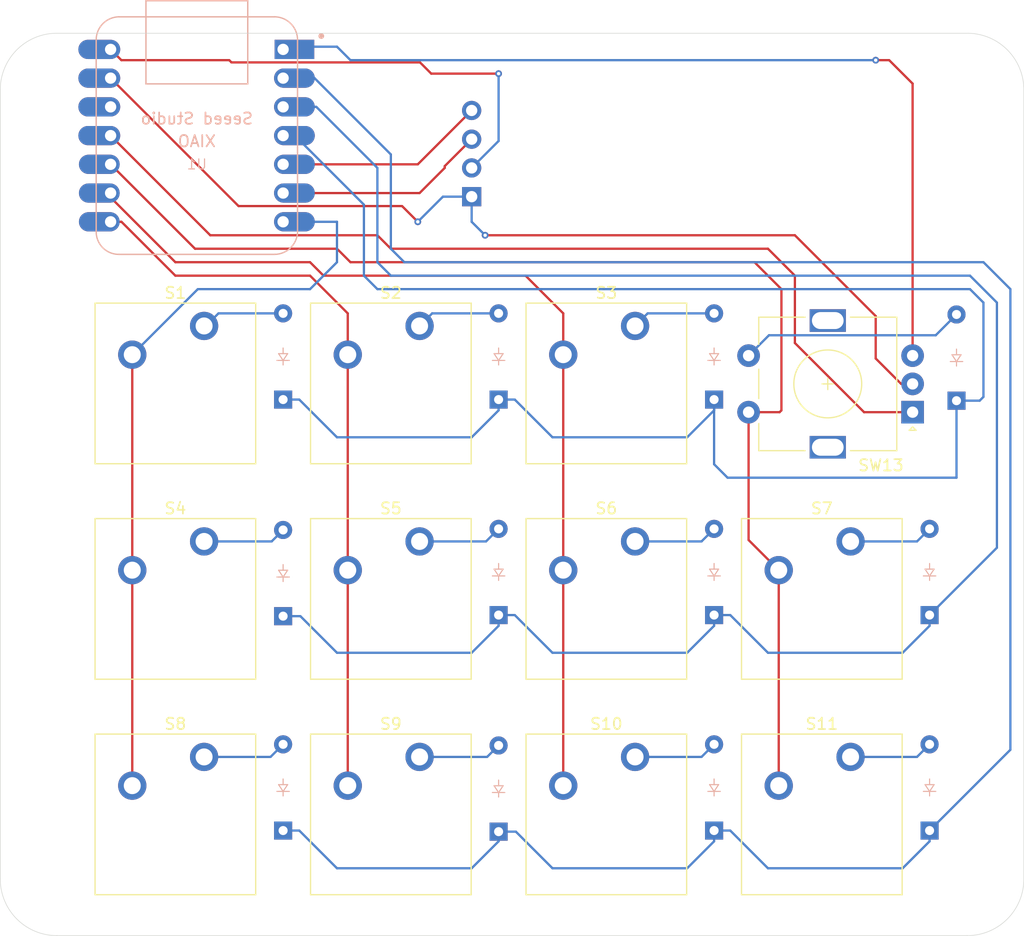
<source format=kicad_pcb>
(kicad_pcb (version 20240108) (generator "pcbnew") (generator_version "8.0")
  (layers (0 "F.Cu" signal) (31 "B.Cu" signal) (34 "B.Paste" user) (35 "F.Paste" user) (36 "B.SilkS" user "B.Silkscreen") (37 "F.SilkS" user "F.Silkscreen") (38 "B.Mask" user) (39 "F.Mask" user) (44 "Edge.Cuts" user))
  (net 0 "")
  (net 1 "Row 0")
  (net 2 "Net-(D1-A)")
  (net 3 "Net-(D2-A)")
  (net 4 "Net-(D3-A)")
  (net 5 "Net-(D4-A)")
  (net 6 "Row 1")
  (net 7 "Net-(D5-A)")
  (net 8 "Net-(D6-A)")
  (net 9 "Net-(D7-A)")
  (net 10 "Net-(D8-A)")
  (net 11 "Row 2")
  (net 12 "Net-(D9-A)")
  (net 13 "Net-(D10-A)")
  (net 14 "Net-(D11-A)")
  (net 15 "GND")
  (net 16 "VCC")
  (net 17 "SDA")
  (net 18 "SCL")
  (net 19 "Col 0")
  (net 20 "Col 1")
  (net 21 "Col 2")
  (net 22 "Col 3")
  (net 23 "Rotary A")
  (net 24 "Rotary B")
  (net 26 "Net-(D12-A)")
  (footprint "ScottoKeebs_MX:MX_PCB_1.00u" (layer "F.Cu") (at 155.1975 112.3625)
    (property "Reference" "S7" (at 0 -8 0) (layer "F.SilkS"))
    (property "Value" "Keyswitch")
    (fp_line (start -7.1 -7.1) (end -7.1 7.1) (stroke (width 0.12)) (layer "F.SilkS"))
    (fp_line (start -7.1 7.1) (end 7.1 7.1) (stroke (width 0.12)) (layer "F.SilkS"))
    (fp_line (start 7.1 -7.1) (end -7.1 -7.1) (stroke (width 0.12)) (layer "F.SilkS"))
    (fp_line (start 7.1 7.1) (end 7.1 -7.1) (stroke (width 0.12)) (layer "F.SilkS"))
    (pad "" np_thru_hole circle (at -5.08 0) (size 1.75 1.75) (drill 1.75) (layers "*.Cu" "*.Mask"))
    (pad "" np_thru_hole circle (at 0 0) (size 4 4) (drill 4) (layers "*.Cu" "*.Mask"))
    (pad "" np_thru_hole circle (at 5.08 0) (size 1.75 1.75) (drill 1.75) (layers "*.Cu" "*.Mask"))
    (pad "1" thru_hole circle (at -3.81 -2.54) (size 2.5 2.5) (drill 1.5) (layers "*.Cu" "*.Mask") (net 22 "Col 3"))
    (pad "2" thru_hole circle (at 2.54 -5.08) (size 2.5 2.5) (drill 1.5) (layers "*.Cu" "*.Mask") (net 9 "Net-(D7-A)"))
  )
  (footprint "ScottoKeebs_MX:MX_PCB_1.00u" (layer "F.Cu") (at 155.1975 131.4125)
    (property "Reference" "S11" (at 0 -8 0) (layer "F.SilkS"))
    (property "Value" "Keyswitch")
    (fp_line (start -7.1 -7.1) (end -7.1 7.1) (stroke (width 0.12)) (layer "F.SilkS"))
    (fp_line (start -7.1 7.1) (end 7.1 7.1) (stroke (width 0.12)) (layer "F.SilkS"))
    (fp_line (start 7.1 -7.1) (end -7.1 -7.1) (stroke (width 0.12)) (layer "F.SilkS"))
    (fp_line (start 7.1 7.1) (end 7.1 -7.1) (stroke (width 0.12)) (layer "F.SilkS"))
    (pad "" np_thru_hole circle (at -5.08 0) (size 1.75 1.75) (drill 1.75) (layers "*.Cu" "*.Mask"))
    (pad "" np_thru_hole circle (at 0 0) (size 4 4) (drill 4) (layers "*.Cu" "*.Mask"))
    (pad "" np_thru_hole circle (at 5.08 0) (size 1.75 1.75) (drill 1.75) (layers "*.Cu" "*.Mask"))
    (pad "1" thru_hole circle (at -3.81 -2.54) (size 2.5 2.5) (drill 1.5) (layers "*.Cu" "*.Mask") (net 22 "Col 3"))
    (pad "2" thru_hole circle (at 2.54 -5.08) (size 2.5 2.5) (drill 1.5) (layers "*.Cu" "*.Mask") (net 14 "Net-(D11-A)"))
  )
  (footprint "ScottoKeebs_MX:MX_PCB_1.00u" (layer "F.Cu") (at 98.0475 112.3625)
    (property "Reference" "S4" (at 0 -8 0) (layer "F.SilkS"))
    (property "Value" "Keyswitch")
    (fp_line (start -7.1 -7.1) (end -7.1 7.1) (stroke (width 0.12)) (layer "F.SilkS"))
    (fp_line (start -7.1 7.1) (end 7.1 7.1) (stroke (width 0.12)) (layer "F.SilkS"))
    (fp_line (start 7.1 -7.1) (end -7.1 -7.1) (stroke (width 0.12)) (layer "F.SilkS"))
    (fp_line (start 7.1 7.1) (end 7.1 -7.1) (stroke (width 0.12)) (layer "F.SilkS"))
    (pad "" np_thru_hole circle (at -5.08 0) (size 1.75 1.75) (drill 1.75) (layers "*.Cu" "*.Mask"))
    (pad "" np_thru_hole circle (at 0 0) (size 4 4) (drill 4) (layers "*.Cu" "*.Mask"))
    (pad "" np_thru_hole circle (at 5.08 0) (size 1.75 1.75) (drill 1.75) (layers "*.Cu" "*.Mask"))
    (pad "1" thru_hole circle (at -3.81 -2.54) (size 2.5 2.5) (drill 1.5) (layers "*.Cu" "*.Mask") (net 19 "Col 0"))
    (pad "2" thru_hole circle (at 2.54 -5.08) (size 2.5 2.5) (drill 1.5) (layers "*.Cu" "*.Mask") (net 5 "Net-(D4-A)"))
  )
  (footprint "ScottoKeebs_MX:MX_PCB_1.00u" (layer "F.Cu") (at 117.0975 131.4125)
    (property "Reference" "S9" (at 0 -8 0) (layer "F.SilkS"))
    (property "Value" "Keyswitch")
    (fp_line (start -7.1 -7.1) (end -7.1 7.1) (stroke (width 0.12)) (layer "F.SilkS"))
    (fp_line (start -7.1 7.1) (end 7.1 7.1) (stroke (width 0.12)) (layer "F.SilkS"))
    (fp_line (start 7.1 -7.1) (end -7.1 -7.1) (stroke (width 0.12)) (layer "F.SilkS"))
    (fp_line (start 7.1 7.1) (end 7.1 -7.1) (stroke (width 0.12)) (layer "F.SilkS"))
    (pad "" np_thru_hole circle (at -5.08 0) (size 1.75 1.75) (drill 1.75) (layers "*.Cu" "*.Mask"))
    (pad "" np_thru_hole circle (at 0 0) (size 4 4) (drill 4) (layers "*.Cu" "*.Mask"))
    (pad "" np_thru_hole circle (at 5.08 0) (size 1.75 1.75) (drill 1.75) (layers "*.Cu" "*.Mask"))
    (pad "1" thru_hole circle (at -3.81 -2.54) (size 2.5 2.5) (drill 1.5) (layers "*.Cu" "*.Mask") (net 20 "Col 1"))
    (pad "2" thru_hole circle (at 2.54 -5.08) (size 2.5 2.5) (drill 1.5) (layers "*.Cu" "*.Mask") (net 12 "Net-(D9-A)"))
  )
  (footprint "ScottoKeebs_Components:OLED_128x32" (layer "F.Cu") (at 122.64125 67.0025)
    (property "Reference" "J1" (hide yes))
    (property "Value" "OLED_128x32")
    (pad "1" thru_hole rect (at 1.6 9.8 180) (size 1.7 1.7) (drill 1) (layers "*.Cu" "*.Mask") (net 15 "GND"))
    (pad "2" thru_hole oval (at 1.6 7.26 180) (size 1.7 1.7) (drill 1) (layers "*.Cu" "*.Mask") (net 16 "VCC"))
    (pad "3" thru_hole oval (at 1.6 4.72 180) (size 1.7 1.7) (drill 1) (layers "*.Cu" "*.Mask") (net 18 "SCL"))
    (pad "4" thru_hole oval (at 1.6 2.18 180) (size 1.7 1.7) (drill 1) (layers "*.Cu" "*.Mask") (net 17 "SDA"))
  )
  (footprint "Rotary_Encoder:RotaryEncoder_Alps_EC11E-Switch_Vertical_H20mm" (layer "F.Cu") (at 163.2225 95.85625 180)
    (property "Reference" "SW13" (at 2.8 -4.7 0) (layer "F.SilkS"))
    (property "Value" "RotaryEncoder_Switch")
    (fp_line (start 13.6 8.4) (end 9.5 8.4) (stroke (width 0.12)) (layer "F.SilkS"))
    (fp_line (start 13.6 6) (end 13.6 8.4) (stroke (width 0.12)) (layer "F.SilkS"))
    (fp_line (start 13.6 1.2) (end 13.6 3.8) (stroke (width 0.12)) (layer "F.SilkS"))
    (fp_line (start 13.6 -3.4) (end 13.6 -1) (stroke (width 0.12)) (layer "F.SilkS"))
    (fp_line (start 9.5 -3.4) (end 13.6 -3.4) (stroke (width 0.12)) (layer "F.SilkS"))
    (fp_line (start 7.5 2) (end 7.5 3) (stroke (width 0.12)) (layer "F.SilkS"))
    (fp_line (start 7 2.5) (end 8 2.5) (stroke (width 0.12)) (layer "F.SilkS"))
    (fp_line (start 5.5 8.4) (end 1.4 8.4) (stroke (width 0.12)) (layer "F.SilkS"))
    (fp_line (start 5.5 -3.4) (end 1.4 -3.4) (stroke (width 0.12)) (layer "F.SilkS"))
    (fp_line (start 1.4 -3.4) (end 1.4 8.4) (stroke (width 0.12)) (layer "F.SilkS"))
    (fp_line (start 0.3 -1.6) (end 0 -1.3) (stroke (width 0.12)) (layer "F.SilkS"))
    (fp_line (start 0 -1.3) (end -0.3 -1.6) (stroke (width 0.12)) (layer "F.SilkS"))
    (fp_line (start -0.3 -1.6) (end 0.3 -1.6) (stroke (width 0.12)) (layer "F.SilkS"))
    (fp_circle (center 7.5 2.5) (end 10.5 2.5) (stroke (width 0.12)) (fill none) (layer "F.SilkS"))
    (pad "A" thru_hole rect (at 0 0 180) (size 2 2) (drill 1) (layers "*.Cu" "*.Mask") (net 23 "Rotary A"))
    (pad "B" thru_hole circle (at 0 5 180) (size 2 2) (drill 1) (layers "*.Cu" "*.Mask") (net 24 "Rotary B"))
    (pad "C" thru_hole circle (at 0 2.5 180) (size 2 2) (drill 1) (layers "*.Cu" "*.Mask") (net 15 "GND"))
    (pad "MP" thru_hole rect (at 7.5 -3.1 180) (size 3.2 2) (drill oval 2.8 1.5) (layers "*.Cu" "*.Mask"))
    (pad "MP" thru_hole rect (at 7.5 8.1 180) (size 3.2 2) (drill oval 2.8 1.5) (layers "*.Cu" "*.Mask"))
    (pad "S1" thru_hole circle (at 14.5 5 180) (size 2 2) (drill 1) (layers "*.Cu" "*.Mask") (net 26 "Net-(D12-A)"))
    (pad "S2" thru_hole circle (at 14.5 0 180) (size 2 2) (drill 1) (layers "*.Cu" "*.Mask") (net 22 "Col 3"))
  )
  (footprint "ScottoKeebs_MX:MX_PCB_1.00u" (layer "F.Cu") (at 136.1475 131.4125)
    (property "Reference" "S10" (at 0 -8 0) (layer "F.SilkS"))
    (property "Value" "Keyswitch")
    (fp_line (start -7.1 -7.1) (end -7.1 7.1) (stroke (width 0.12)) (layer "F.SilkS"))
    (fp_line (start -7.1 7.1) (end 7.1 7.1) (stroke (width 0.12)) (layer "F.SilkS"))
    (fp_line (start 7.1 -7.1) (end -7.1 -7.1) (stroke (width 0.12)) (layer "F.SilkS"))
    (fp_line (start 7.1 7.1) (end 7.1 -7.1) (stroke (width 0.12)) (layer "F.SilkS"))
    (pad "" np_thru_hole circle (at -5.08 0) (size 1.75 1.75) (drill 1.75) (layers "*.Cu" "*.Mask"))
    (pad "" np_thru_hole circle (at 0 0) (size 4 4) (drill 4) (layers "*.Cu" "*.Mask"))
    (pad "" np_thru_hole circle (at 5.08 0) (size 1.75 1.75) (drill 1.75) (layers "*.Cu" "*.Mask"))
    (pad "1" thru_hole circle (at -3.81 -2.54) (size 2.5 2.5) (drill 1.5) (layers "*.Cu" "*.Mask") (net 21 "Col 2"))
    (pad "2" thru_hole circle (at 2.54 -5.08) (size 2.5 2.5) (drill 1.5) (layers "*.Cu" "*.Mask") (net 13 "Net-(D10-A)"))
  )
  (footprint "ScottoKeebs_MX:MX_PCB_1.00u" (layer "F.Cu") (at 98.0475 131.4125)
    (property "Reference" "S8" (at 0 -8 0) (layer "F.SilkS"))
    (property "Value" "Keyswitch")
    (fp_line (start -7.1 -7.1) (end -7.1 7.1) (stroke (width 0.12)) (layer "F.SilkS"))
    (fp_line (start -7.1 7.1) (end 7.1 7.1) (stroke (width 0.12)) (layer "F.SilkS"))
    (fp_line (start 7.1 -7.1) (end -7.1 -7.1) (stroke (width 0.12)) (layer "F.SilkS"))
    (fp_line (start 7.1 7.1) (end 7.1 -7.1) (stroke (width 0.12)) (layer "F.SilkS"))
    (pad "" np_thru_hole circle (at -5.08 0) (size 1.75 1.75) (drill 1.75) (layers "*.Cu" "*.Mask"))
    (pad "" np_thru_hole circle (at 0 0) (size 4 4) (drill 4) (layers "*.Cu" "*.Mask"))
    (pad "" np_thru_hole circle (at 5.08 0) (size 1.75 1.75) (drill 1.75) (layers "*.Cu" "*.Mask"))
    (pad "1" thru_hole circle (at -3.81 -2.54) (size 2.5 2.5) (drill 1.5) (layers "*.Cu" "*.Mask") (net 19 "Col 0"))
    (pad "2" thru_hole circle (at 2.54 -5.08) (size 2.5 2.5) (drill 1.5) (layers "*.Cu" "*.Mask") (net 10 "Net-(D8-A)"))
  )
  (footprint "ScottoKeebs_MX:MX_PCB_1.00u" (layer "F.Cu") (at 117.0975 93.3125)
    (property "Reference" "S2" (at 0 -8 0) (layer "F.SilkS"))
    (property "Value" "Keyswitch")
    (fp_line (start -7.1 -7.1) (end -7.1 7.1) (stroke (width 0.12)) (layer "F.SilkS"))
    (fp_line (start -7.1 7.1) (end 7.1 7.1) (stroke (width 0.12)) (layer "F.SilkS"))
    (fp_line (start 7.1 -7.1) (end -7.1 -7.1) (stroke (width 0.12)) (layer "F.SilkS"))
    (fp_line (start 7.1 7.1) (end 7.1 -7.1) (stroke (width 0.12)) (layer "F.SilkS"))
    (pad "" np_thru_hole circle (at -5.08 0) (size 1.75 1.75) (drill 1.75) (layers "*.Cu" "*.Mask"))
    (pad "" np_thru_hole circle (at 0 0) (size 4 4) (drill 4) (layers "*.Cu" "*.Mask"))
    (pad "" np_thru_hole circle (at 5.08 0) (size 1.75 1.75) (drill 1.75) (layers "*.Cu" "*.Mask"))
    (pad "1" thru_hole circle (at -3.81 -2.54) (size 2.5 2.5) (drill 1.5) (layers "*.Cu" "*.Mask") (net 20 "Col 1"))
    (pad "2" thru_hole circle (at 2.54 -5.08) (size 2.5 2.5) (drill 1.5) (layers "*.Cu" "*.Mask") (net 3 "Net-(D2-A)"))
  )
  (footprint "ScottoKeebs_MX:MX_PCB_1.00u" (layer "F.Cu") (at 117.0975 112.3625)
    (property "Reference" "S5" (at 0 -8 0) (layer "F.SilkS"))
    (property "Value" "Keyswitch")
    (fp_line (start -7.1 -7.1) (end -7.1 7.1) (stroke (width 0.12)) (layer "F.SilkS"))
    (fp_line (start -7.1 7.1) (end 7.1 7.1) (stroke (width 0.12)) (layer "F.SilkS"))
    (fp_line (start 7.1 -7.1) (end -7.1 -7.1) (stroke (width 0.12)) (layer "F.SilkS"))
    (fp_line (start 7.1 7.1) (end 7.1 -7.1) (stroke (width 0.12)) (layer "F.SilkS"))
    (pad "" np_thru_hole circle (at -5.08 0) (size 1.75 1.75) (drill 1.75) (layers "*.Cu" "*.Mask"))
    (pad "" np_thru_hole circle (at 0 0) (size 4 4) (drill 4) (layers "*.Cu" "*.Mask"))
    (pad "" np_thru_hole circle (at 5.08 0) (size 1.75 1.75) (drill 1.75) (layers "*.Cu" "*.Mask"))
    (pad "1" thru_hole circle (at -3.81 -2.54) (size 2.5 2.5) (drill 1.5) (layers "*.Cu" "*.Mask") (net 20 "Col 1"))
    (pad "2" thru_hole circle (at 2.54 -5.08) (size 2.5 2.5) (drill 1.5) (layers "*.Cu" "*.Mask") (net 7 "Net-(D5-A)"))
  )
  (footprint "ScottoKeebs_MX:MX_PCB_1.00u" (layer "F.Cu") (at 136.1475 112.3625)
    (property "Reference" "S6" (at 0 -8 0) (layer "F.SilkS"))
    (property "Value" "Keyswitch")
    (fp_line (start -7.1 -7.1) (end -7.1 7.1) (stroke (width 0.12)) (layer "F.SilkS"))
    (fp_line (start -7.1 7.1) (end 7.1 7.1) (stroke (width 0.12)) (layer "F.SilkS"))
    (fp_line (start 7.1 -7.1) (end -7.1 -7.1) (stroke (width 0.12)) (layer "F.SilkS"))
    (fp_line (start 7.1 7.1) (end 7.1 -7.1) (stroke (width 0.12)) (layer "F.SilkS"))
    (pad "" np_thru_hole circle (at -5.08 0) (size 1.75 1.75) (drill 1.75) (layers "*.Cu" "*.Mask"))
    (pad "" np_thru_hole circle (at 0 0) (size 4 4) (drill 4) (layers "*.Cu" "*.Mask"))
    (pad "" np_thru_hole circle (at 5.08 0) (size 1.75 1.75) (drill 1.75) (layers "*.Cu" "*.Mask"))
    (pad "1" thru_hole circle (at -3.81 -2.54) (size 2.5 2.5) (drill 1.5) (layers "*.Cu" "*.Mask") (net 21 "Col 2"))
    (pad "2" thru_hole circle (at 2.54 -5.08) (size 2.5 2.5) (drill 1.5) (layers "*.Cu" "*.Mask") (net 8 "Net-(D6-A)"))
  )
  (footprint "ScottoKeebs_MX:MX_PCB_1.00u" (layer "F.Cu") (at 136.1475 93.3125)
    (property "Reference" "S3" (at 0 -8 0) (layer "F.SilkS"))
    (property "Value" "Keyswitch")
    (fp_line (start -7.1 -7.1) (end -7.1 7.1) (stroke (width 0.12)) (layer "F.SilkS"))
    (fp_line (start -7.1 7.1) (end 7.1 7.1) (stroke (width 0.12)) (layer "F.SilkS"))
    (fp_line (start 7.1 -7.1) (end -7.1 -7.1) (stroke (width 0.12)) (layer "F.SilkS"))
    (fp_line (start 7.1 7.1) (end 7.1 -7.1) (stroke (width 0.12)) (layer "F.SilkS"))
    (pad "" np_thru_hole circle (at -5.08 0) (size 1.75 1.75) (drill 1.75) (layers "*.Cu" "*.Mask"))
    (pad "" np_thru_hole circle (at 0 0) (size 4 4) (drill 4) (layers "*.Cu" "*.Mask"))
    (pad "" np_thru_hole circle (at 5.08 0) (size 1.75 1.75) (drill 1.75) (layers "*.Cu" "*.Mask"))
    (pad "1" thru_hole circle (at -3.81 -2.54) (size 2.5 2.5) (drill 1.5) (layers "*.Cu" "*.Mask") (net 21 "Col 2"))
    (pad "2" thru_hole circle (at 2.54 -5.08) (size 2.5 2.5) (drill 1.5) (layers "*.Cu" "*.Mask") (net 4 "Net-(D3-A)"))
  )
  (footprint "ScottoKeebs_MX:MX_PCB_1.00u" (layer "F.Cu") (at 98.0475 93.3125)
    (property "Reference" "S1" (at 0 -8 0) (layer "F.SilkS"))
    (property "Value" "Keyswitch")
    (fp_line (start -7.1 -7.1) (end -7.1 7.1) (stroke (width 0.12)) (layer "F.SilkS"))
    (fp_line (start -7.1 7.1) (end 7.1 7.1) (stroke (width 0.12)) (layer "F.SilkS"))
    (fp_line (start 7.1 -7.1) (end -7.1 -7.1) (stroke (width 0.12)) (layer "F.SilkS"))
    (fp_line (start 7.1 7.1) (end 7.1 -7.1) (stroke (width 0.12)) (layer "F.SilkS"))
    (pad "" np_thru_hole circle (at -5.08 0) (size 1.75 1.75) (drill 1.75) (layers "*.Cu" "*.Mask"))
    (pad "" np_thru_hole circle (at 0 0) (size 4 4) (drill 4) (layers "*.Cu" "*.Mask"))
    (pad "" np_thru_hole circle (at 5.08 0) (size 1.75 1.75) (drill 1.75) (layers "*.Cu" "*.Mask"))
    (pad "1" thru_hole circle (at -3.81 -2.54) (size 2.5 2.5) (drill 1.5) (layers "*.Cu" "*.Mask") (net 19 "Col 0"))
    (pad "2" thru_hole circle (at 2.54 -5.08) (size 2.5 2.5) (drill 1.5) (layers "*.Cu" "*.Mask") (net 2 "Net-(D1-A)"))
  )
  (footprint "ScottoKeebs_Components:Diode_DO-35" (layer "B.Cu") (at 164.7225 132.84125 90)
    (property "Reference" "D11" (hide yes))
    (property "Value" "Diode" (hide yes))
    (fp_line (start 3.46 -0.55) (end 3.46 0.55) (stroke (width 0.1)) (layer "B.SilkS"))
    (fp_line (start 4.06 -0.4) (end 4.06 0.4) (stroke (width 0.1)) (layer "B.SilkS"))
    (fp_line (start 4.56 0) (end 4.06 0) (stroke (width 0.1)) (layer "B.SilkS"))
    (fp_line (start 3.46 0) (end 4.06 -0.4) (stroke (width 0.1)) (layer "B.SilkS"))
    (fp_line (start 3.46 0) (end 3.06 0) (stroke (width 0.1)) (layer "B.SilkS"))
    (fp_line (start 4.06 0.4) (end 3.46 0) (stroke (width 0.1)) (layer "B.SilkS"))
    (pad "1" thru_hole rect (at 0 0 90) (size 1.6 1.6) (drill 0.8) (layers "*.Cu" "*.Mask") (net 11 "Row 2"))
    (pad "2" thru_hole oval (at 7.62 0 90) (size 1.6 1.6) (drill 0.8) (layers "*.Cu" "*.Mask") (net 14 "Net-(D11-A)"))
  )
  (footprint "ScottoKeebs_Components:Diode_DO-35" (layer "B.Cu") (at 126.6225 132.93875 90)
    (property "Reference" "D9" (hide yes))
    (property "Value" "Diode" (hide yes))
    (fp_line (start 3.46 -0.55) (end 3.46 0.55) (stroke (width 0.1)) (layer "B.SilkS"))
    (fp_line (start 4.06 -0.4) (end 4.06 0.4) (stroke (width 0.1)) (layer "B.SilkS"))
    (fp_line (start 4.56 0) (end 4.06 0) (stroke (width 0.1)) (layer "B.SilkS"))
    (fp_line (start 3.46 0) (end 4.06 -0.4) (stroke (width 0.1)) (layer "B.SilkS"))
    (fp_line (start 3.46 0) (end 3.06 0) (stroke (width 0.1)) (layer "B.SilkS"))
    (fp_line (start 4.06 0.4) (end 3.46 0) (stroke (width 0.1)) (layer "B.SilkS"))
    (pad "1" thru_hole rect (at 0 0 90) (size 1.6 1.6) (drill 0.8) (layers "*.Cu" "*.Mask") (net 11 "Row 2"))
    (pad "2" thru_hole oval (at 7.62 0 90) (size 1.6 1.6) (drill 0.8) (layers "*.Cu" "*.Mask") (net 12 "Net-(D9-A)"))
  )
  (footprint "ScottoKeebs_Components:Diode_DO-35" (layer "B.Cu") (at 145.6725 132.84125 90)
    (property "Reference" "D10" (hide yes))
    (property "Value" "Diode" (hide yes))
    (fp_line (start 3.46 -0.55) (end 3.46 0.55) (stroke (width 0.1)) (layer "B.SilkS"))
    (fp_line (start 4.06 -0.4) (end 4.06 0.4) (stroke (width 0.1)) (layer "B.SilkS"))
    (fp_line (start 4.56 0) (end 4.06 0) (stroke (width 0.1)) (layer "B.SilkS"))
    (fp_line (start 3.46 0) (end 4.06 -0.4) (stroke (width 0.1)) (layer "B.SilkS"))
    (fp_line (start 3.46 0) (end 3.06 0) (stroke (width 0.1)) (layer "B.SilkS"))
    (fp_line (start 4.06 0.4) (end 3.46 0) (stroke (width 0.1)) (layer "B.SilkS"))
    (pad "1" thru_hole rect (at 0 0 90) (size 1.6 1.6) (drill 0.8) (layers "*.Cu" "*.Mask") (net 11 "Row 2"))
    (pad "2" thru_hole oval (at 7.62 0 90) (size 1.6 1.6) (drill 0.8) (layers "*.Cu" "*.Mask") (net 13 "Net-(D10-A)"))
  )
  (footprint "footprints:XIAO-Generic-Hybrid-14P-2.54-21X17.8MM" (layer "B.Cu") (at 99.9475 71.405 180)
    (property "Reference" "U1" (at 0 -2.54 0) (layer "B.SilkS") (effects (font (size 0.889 0.889) (thickness 0.1016)) (justify mirror)))
    (property "Value" "MOUDLE-SEEEDUINO-XIAO" (hide yes))
    (fp_line (start 8.9 8.5) (end 8.9 -8.5) (stroke (width 0.127)) (layer "B.SilkS"))
    (fp_line (start 6.9 -10.5) (end -6.9 -10.5) (stroke (width 0.127)) (layer "B.SilkS"))
    (fp_line (start 4.5 11.92403) (end -4.5 11.92403) (stroke (width 0.127)) (layer "B.SilkS"))
    (fp_line (start 4.5 4.57073) (end 4.5 11.92403) (stroke (width 0.127)) (layer "B.SilkS"))
    (fp_line (start -4.5 11.92403) (end -4.5 4.57073) (stroke (width 0.127)) (layer "B.SilkS"))
    (fp_line (start -4.5 4.57073) (end 4.5 4.57073) (stroke (width 0.127)) (layer "B.SilkS"))
    (fp_line (start -6.9 10.49909) (end 6.9 10.49909) (stroke (width 0.127)) (layer "B.SilkS"))
    (fp_line (start -8.9 -8.5) (end -8.9 8.5) (stroke (width 0.127)) (layer "B.SilkS"))
    (fp_arc (start 8.9 8.5) (mid 8.301492 9.901492) (end 6.9 10.5) (stroke (width 0.12)) (layer "B.SilkS"))
    (fp_arc (start 6.9 -10.5) (mid 8.314214 -9.914214) (end 8.9 -8.5) (stroke (width 0.12)) (layer "B.SilkS"))
    (fp_arc (start -6.9 10.5) (mid -8.301491 9.901491) (end -8.9 8.5) (stroke (width 0.12)) (layer "B.SilkS"))
    (fp_arc (start -8.9 -8.5) (mid -8.301423 -9.901423) (end -6.9 -10.5) (stroke (width 0.12)) (layer "B.SilkS"))
    (fp_circle (center -11 8.8) (end -11 9.054) (fill solid) (layer "B.SilkS"))
    (fp_poly (pts (xy -8.887715 8.561705) (xy -8.884667 8.610473) (xy -8.880603 8.659494)) (stroke (width 0.0254)) (fill none) (layer "B.SilkS"))
    (fp_poly (pts (xy 8.889492 -8.521574) (xy 8.887713 -8.57085) (xy 8.884665 -8.619618) (xy 8.880601 -8.668639) (xy 8.875268 -8.717407) (xy 8.868664 -8.766175) (xy 8.861044 -8.81469) (xy 8.852153 -8.86295) (xy 8.842248 -8.910955)) (stroke (width 0.0254)) (fill none) (layer "B.SilkS"))
    (fp_text user "Seeed Studio" (at 0 1.5 0) (layer "B.SilkS") (effects (justify mirror)))
    (fp_text user "XIAO" (at 0 -0.5 0) (layer "B.SilkS") (effects (justify mirror)))
    (pad "1" thru_hole rect (at -7.625 7.62 180) (size 3.5 1.7) (drill 1 (offset -1 0)) (layers "*.Cu" "*.Mask") (net 24 "Rotary B"))
    (pad "2" thru_hole oval (at -7.625 5.08 180) (size 3.6 1.7) (drill 1 (offset -1 0)) (layers "*.Cu" "*.Mask") (net 11 "Row 2"))
    (pad "3" thru_hole oval (at -7.625 2.54 180) (size 3.6 1.7) (drill 1 (offset -1 0)) (layers "*.Cu" "*.Mask") (net 6 "Row 1"))
    (pad "4" thru_hole oval (at -7.625 0 180) (size 3.6 1.7) (drill 1 (offset -1 0)) (layers "*.Cu" "*.Mask") (net 1 "Row 0"))
    (pad "5" thru_hole oval (at -7.625 -2.54 180) (size 3.6 1.7) (drill 1 (offset -1 0)) (layers "*.Cu" "*.Mask") (net 17 "SDA"))
    (pad "6" thru_hole oval (at -7.625 -5.08) (size 3.6 1.7) (drill 1 (offset 1 0)) (layers "*.Cu" "*.Mask") (net 18 "SCL"))
    (pad "7" thru_hole oval (at -7.625 -7.62 180) (size 3.6 1.7) (drill 1 (offset -1 0)) (layers "*.Cu" "*.Mask") (net 19 "Col 0"))
    (pad "8" thru_hole oval (at 7.625 -7.62 180) (size 3.6 1.7) (drill 1 (offset 1 0)) (layers "*.Cu" "*.Mask") (net 20 "Col 1"))
    (pad "9" thru_hole oval (at 7.625 -5.08 180) (size 3.6 1.7) (drill 1 (offset 1 0)) (layers "*.Cu" "*.Mask") (net 21 "Col 2"))
    (pad "10" thru_hole oval (at 7.625 -2.54 180) (size 3.6 1.7) (drill 1 (offset 1 0)) (layers "*.Cu" "*.Mask") (net 22 "Col 3"))
    (pad "11" thru_hole oval (at 7.625 0 180) (size 3.7 1.7) (drill 1 (offset 1 0)) (layers "*.Cu" "*.Mask") (net 23 "Rotary A"))
    (pad "12" thru_hole oval (at 7.625 2.54 180) (size 3.7 1.7) (drill 1 (offset 1 0)) (layers "*.Cu" "*.Mask"))
    (pad "13" thru_hole oval (at 7.625 5.08 180) (size 3.7 1.7) (drill 1 (offset 1 0)) (layers "*.Cu" "*.Mask") (net 15 "GND"))
    (pad "14" thru_hole oval (at 7.625 7.62 180) (size 3.7 1.7) (drill 1 (offset 1 0)) (layers "*.Cu" "*.Mask") (net 16 "VCC"))
  )
  (footprint "ScottoKeebs_Components:Diode_DO-35" (layer "B.Cu") (at 126.6225 94.74125 90)
    (property "Reference" "D2" (hide yes))
    (property "Value" "Diode" (hide yes))
    (fp_line (start 3.46 -0.55) (end 3.46 0.55) (stroke (width 0.1)) (layer "B.SilkS"))
    (fp_line (start 4.06 -0.4) (end 4.06 0.4) (stroke (width 0.1)) (layer "B.SilkS"))
    (fp_line (start 4.56 0) (end 4.06 0) (stroke (width 0.1)) (layer "B.SilkS"))
    (fp_line (start 3.46 0) (end 4.06 -0.4) (stroke (width 0.1)) (layer "B.SilkS"))
    (fp_line (start 3.46 0) (end 3.06 0) (stroke (width 0.1)) (layer "B.SilkS"))
    (fp_line (start 4.06 0.4) (end 3.46 0) (stroke (width 0.1)) (layer "B.SilkS"))
    (pad "1" thru_hole rect (at 0 0 90) (size 1.6 1.6) (drill 0.8) (layers "*.Cu" "*.Mask") (net 1 "Row 0"))
    (pad "2" thru_hole oval (at 7.62 0 90) (size 1.6 1.6) (drill 0.8) (layers "*.Cu" "*.Mask") (net 3 "Net-(D2-A)"))
  )
  (footprint "ScottoKeebs_Components:Diode_DO-35" (layer "B.Cu") (at 107.5725 113.88875 90)
    (property "Reference" "D4" (hide yes))
    (property "Value" "Diode" (hide yes))
    (fp_line (start 3.46 -0.55) (end 3.46 0.55) (stroke (width 0.1)) (layer "B.SilkS"))
    (fp_line (start 4.06 -0.4) (end 4.06 0.4) (stroke (width 0.1)) (layer "B.SilkS"))
    (fp_line (start 4.56 0) (end 4.06 0) (stroke (width 0.1)) (layer "B.SilkS"))
    (fp_line (start 3.46 0) (end 4.06 -0.4) (stroke (width 0.1)) (layer "B.SilkS"))
    (fp_line (start 3.46 0) (end 3.06 0) (stroke (width 0.1)) (layer "B.SilkS"))
    (fp_line (start 4.06 0.4) (end 3.46 0) (stroke (width 0.1)) (layer "B.SilkS"))
    (pad "1" thru_hole rect (at 0 0 90) (size 1.6 1.6) (drill 0.8) (layers "*.Cu" "*.Mask") (net 6 "Row 1"))
    (pad "2" thru_hole oval (at 7.62 0 90) (size 1.6 1.6) (drill 0.8) (layers "*.Cu" "*.Mask") (net 5 "Net-(D4-A)"))
  )
  (footprint "ScottoKeebs_Components:Diode_DO-35" (layer "B.Cu") (at 107.5725 132.84125 90)
    (property "Reference" "D8" (hide yes))
    (property "Value" "Diode" (hide yes))
    (fp_line (start 3.46 -0.55) (end 3.46 0.55) (stroke (width 0.1)) (layer "B.SilkS"))
    (fp_line (start 4.06 -0.4) (end 4.06 0.4) (stroke (width 0.1)) (layer "B.SilkS"))
    (fp_line (start 4.56 0) (end 4.06 0) (stroke (width 0.1)) (layer "B.SilkS"))
    (fp_line (start 3.46 0) (end 4.06 -0.4) (stroke (width 0.1)) (layer "B.SilkS"))
    (fp_line (start 3.46 0) (end 3.06 0) (stroke (width 0.1)) (layer "B.SilkS"))
    (fp_line (start 4.06 0.4) (end 3.46 0) (stroke (width 0.1)) (layer "B.SilkS"))
    (pad "1" thru_hole rect (at 0 0 90) (size 1.6 1.6) (drill 0.8) (layers "*.Cu" "*.Mask") (net 11 "Row 2"))
    (pad "2" thru_hole oval (at 7.62 0 90) (size 1.6 1.6) (drill 0.8) (layers "*.Cu" "*.Mask") (net 10 "Net-(D8-A)"))
  )
  (footprint "ScottoKeebs_Components:Diode_DO-35" (layer "B.Cu") (at 145.6725 94.74125 90)
    (property "Reference" "D3" (hide yes))
    (property "Value" "Diode" (hide yes))
    (fp_line (start 3.46 -0.55) (end 3.46 0.55) (stroke (width 0.1)) (layer "B.SilkS"))
    (fp_line (start 4.06 -0.4) (end 4.06 0.4) (stroke (width 0.1)) (layer "B.SilkS"))
    (fp_line (start 4.56 0) (end 4.06 0) (stroke (width 0.1)) (layer "B.SilkS"))
    (fp_line (start 3.46 0) (end 4.06 -0.4) (stroke (width 0.1)) (layer "B.SilkS"))
    (fp_line (start 3.46 0) (end 3.06 0) (stroke (width 0.1)) (layer "B.SilkS"))
    (fp_line (start 4.06 0.4) (end 3.46 0) (stroke (width 0.1)) (layer "B.SilkS"))
    (pad "1" thru_hole rect (at 0 0 90) (size 1.6 1.6) (drill 0.8) (layers "*.Cu" "*.Mask") (net 1 "Row 0"))
    (pad "2" thru_hole oval (at 7.62 0 90) (size 1.6 1.6) (drill 0.8) (layers "*.Cu" "*.Mask") (net 4 "Net-(D3-A)"))
  )
  (footprint "ScottoKeebs_Components:Diode_DO-35" (layer "B.Cu") (at 164.7225 113.79125 90)
    (property "Reference" "D7" (hide yes))
    (property "Value" "Diode" (hide yes))
    (fp_line (start 3.46 -0.55) (end 3.46 0.55) (stroke (width 0.1)) (layer "B.SilkS"))
    (fp_line (start 4.06 -0.4) (end 4.06 0.4) (stroke (width 0.1)) (layer "B.SilkS"))
    (fp_line (start 4.56 0) (end 4.06 0) (stroke (width 0.1)) (layer "B.SilkS"))
    (fp_line (start 3.46 0) (end 4.06 -0.4) (stroke (width 0.1)) (layer "B.SilkS"))
    (fp_line (start 3.46 0) (end 3.06 0) (stroke (width 0.1)) (layer "B.SilkS"))
    (fp_line (start 4.06 0.4) (end 3.46 0) (stroke (width 0.1)) (layer "B.SilkS"))
    (pad "1" thru_hole rect (at 0 0 90) (size 1.6 1.6) (drill 0.8) (layers "*.Cu" "*.Mask") (net 6 "Row 1"))
    (pad "2" thru_hole oval (at 7.62 0 90) (size 1.6 1.6) (drill 0.8) (layers "*.Cu" "*.Mask") (net 9 "Net-(D7-A)"))
  )
  (footprint "ScottoKeebs_Components:Diode_DO-35" (layer "B.Cu") (at 167.10375 94.83875 90)
    (property "Reference" "D12" (hide yes))
    (property "Value" "Diode" (hide yes))
    (fp_line (start 3.46 -0.55) (end 3.46 0.55) (stroke (width 0.1)) (layer "B.SilkS"))
    (fp_line (start 4.06 -0.4) (end 4.06 0.4) (stroke (width 0.1)) (layer "B.SilkS"))
    (fp_line (start 4.56 0) (end 4.06 0) (stroke (width 0.1)) (layer "B.SilkS"))
    (fp_line (start 3.46 0) (end 4.06 -0.4) (stroke (width 0.1)) (layer "B.SilkS"))
    (fp_line (start 3.46 0) (end 3.06 0) (stroke (width 0.1)) (layer "B.SilkS"))
    (fp_line (start 4.06 0.4) (end 3.46 0) (stroke (width 0.1)) (layer "B.SilkS"))
    (pad "1" thru_hole rect (at 0 0 90) (size 1.6 1.6) (drill 0.8) (layers "*.Cu" "*.Mask") (net 1 "Row 0"))
    (pad "2" thru_hole oval (at 7.62 0 90) (size 1.6 1.6) (drill 0.8) (layers "*.Cu" "*.Mask") (net 26 "Net-(D12-A)"))
  )
  (footprint "ScottoKeebs_Components:Diode_DO-35" (layer "B.Cu") (at 145.6725 113.79125 90)
    (property "Reference" "D6" (hide yes))
    (property "Value" "Diode" (hide yes))
    (fp_line (start 3.46 -0.55) (end 3.46 0.55) (stroke (width 0.1)) (layer "B.SilkS"))
    (fp_line (start 4.06 -0.4) (end 4.06 0.4) (stroke (width 0.1)) (layer "B.SilkS"))
    (fp_line (start 4.56 0) (end 4.06 0) (stroke (width 0.1)) (layer "B.SilkS"))
    (fp_line (start 3.46 0) (end 4.06 -0.4) (stroke (width 0.1)) (layer "B.SilkS"))
    (fp_line (start 3.46 0) (end 3.06 0) (stroke (width 0.1)) (layer "B.SilkS"))
    (fp_line (start 4.06 0.4) (end 3.46 0) (stroke (width 0.1)) (layer "B.SilkS"))
    (pad "1" thru_hole rect (at 0 0 90) (size 1.6 1.6) (drill 0.8) (layers "*.Cu" "*.Mask") (net 6 "Row 1"))
    (pad "2" thru_hole oval (at 7.62 0 90) (size 1.6 1.6) (drill 0.8) (layers "*.Cu" "*.Mask") (net 8 "Net-(D6-A)"))
  )
  (footprint "ScottoKeebs_Components:Diode_DO-35" (layer "B.Cu") (at 107.5725 94.74125 90)
    (property "Reference" "D1" (hide yes))
    (property "Value" "Diode" (hide yes))
    (fp_line (start 3.46 -0.55) (end 3.46 0.55) (stroke (width 0.1)) (layer "B.SilkS"))
    (fp_line (start 4.06 -0.4) (end 4.06 0.4) (stroke (width 0.1)) (layer "B.SilkS"))
    (fp_line (start 4.56 0) (end 4.06 0) (stroke (width 0.1)) (layer "B.SilkS"))
    (fp_line (start 3.46 0) (end 4.06 -0.4) (stroke (width 0.1)) (layer "B.SilkS"))
    (fp_line (start 3.46 0) (end 3.06 0) (stroke (width 0.1)) (layer "B.SilkS"))
    (fp_line (start 4.06 0.4) (end 3.46 0) (stroke (width 0.1)) (layer "B.SilkS"))
    (pad "1" thru_hole rect (at 0 0 90) (size 1.6 1.6) (drill 0.8) (layers "*.Cu" "*.Mask") (net 1 "Row 0"))
    (pad "2" thru_hole oval (at 7.62 0 90) (size 1.6 1.6) (drill 0.8) (layers "*.Cu" "*.Mask") (net 2 "Net-(D1-A)"))
  )
  (footprint "ScottoKeebs_Components:Diode_DO-35" (layer "B.Cu") (at 126.6225 113.79125 90)
    (property "Reference" "D5" (hide yes))
    (property "Value" "Diode" (hide yes))
    (fp_line (start 3.46 -0.55) (end 3.46 0.55) (stroke (width 0.1)) (layer "B.SilkS"))
    (fp_line (start 4.06 -0.4) (end 4.06 0.4) (stroke (width 0.1)) (layer "B.SilkS"))
    (fp_line (start 4.56 0) (end 4.06 0) (stroke (width 0.1)) (layer "B.SilkS"))
    (fp_line (start 3.46 0) (end 4.06 -0.4) (stroke (width 0.1)) (layer "B.SilkS"))
    (fp_line (start 3.46 0) (end 3.06 0) (stroke (width 0.1)) (layer "B.SilkS"))
    (fp_line (start 4.06 0.4) (end 3.46 0) (stroke (width 0.1)) (layer "B.SilkS"))
    (pad "1" thru_hole rect (at 0 0 90) (size 1.6 1.6) (drill 0.8) (layers "*.Cu" "*.Mask") (net 6 "Row 1"))
    (pad "2" thru_hole oval (at 7.62 0 90) (size 1.6 1.6) (drill 0.8) (layers "*.Cu" "*.Mask") (net 7 "Net-(D5-A)"))
  )
  (gr_arc (start 173.056875 137.128125) (mid 171.592399 140.663634) (end 168.056875 142.128125) (stroke (width 0.05)) (layer "Edge.Cuts"))
  (gr_line (start 173.056875 67.35625) (end 173.056875 137.128125) (stroke (width 0.05)) (layer "Edge.Cuts"))
  (gr_line (start 82.569375 67.35625) (end 82.569375 137.128125) (stroke (width 0.05)) (layer "Edge.Cuts"))
  (gr_line (start 168.056875 142.128125) (end 87.569375 142.128125) (stroke (width 0.05)) (layer "Edge.Cuts"))
  (gr_line (start 109.95375 62.35625) (end 168.056875 62.35625) (stroke (width 0.05)) (layer "Edge.Cuts"))
  (gr_arc (start 168.056875 62.35625) (mid 171.592409 63.820716) (end 173.056875 67.35625) (stroke (width 0.05)) (layer "Edge.Cuts"))
  (gr_line (start 87.569375 62.35625) (end 109.95375 62.35625) (stroke (width 0.05)) (layer "Edge.Cuts"))
  (gr_arc (start 87.569375 142.128125) (mid 84.033841 140.663659) (end 82.569375 137.128125) (stroke (width 0.05)) (layer "Edge.Cuts"))
  (gr_arc (start 82.569375 67.35625) (mid 84.033822 63.820675) (end 87.569375 62.35625) (stroke (width 0.05)) (layer "Edge.Cuts"))
  (segment (start 115.906875 84.978125) (end 114.71625 83.7875) (width 0.2) (layer "B.Cu") (net 1))
  (segment (start 109.00125 94.74125) (end 112.335 98.075) (width 0.2) (layer "B.Cu") (net 1))
  (segment (start 126.6225 95.69375) (end 126.6225 94.74125) (width 0.2) (layer "B.Cu") (net 1))
  (segment (start 169.485 94.503125) (end 169.485 86.16875) (width 0.2) (layer "B.Cu") (net 1))
  (segment (start 107.5725 94.74125) (end 109.00125 94.74125) (width 0.2) (layer "B.Cu") (net 1))
  (segment (start 128.05125 94.74125) (end 131.385 98.075) (width 0.2) (layer "B.Cu") (net 1))
  (segment (start 112.335 98.075) (end 124.24125 98.075) (width 0.2) (layer "B.Cu") (net 1))
  (segment (start 146.863125 101.646875) (end 167.10375 101.646875) (width 0.2) (layer "B.Cu") (net 1))
  (segment (start 145.6725 94.74125) (end 145.6725 100.45625) (width 0.2) (layer "B.Cu") (net 1))
  (segment (start 169.485 86.16875) (end 168.294375 84.978125) (width 0.2) (layer "B.Cu") (net 1))
  (segment (start 145.6725 100.45625) (end 146.863125 101.646875) (width 0.2) (layer "B.Cu") (net 1))
  (segment (start 167.10375 94.83875) (end 169.149375 94.83875) (width 0.2) (layer "B.Cu") (net 1))
  (segment (start 124.24125 98.075) (end 126.6225 95.69375) (width 0.2) (layer "B.Cu") (net 1))
  (segment (start 167.10375 101.646875) (end 167.10375 94.83875) (width 0.2) (layer "B.Cu") (net 1))
  (segment (start 145.6725 95.69375) (end 145.6725 94.74125) (width 0.2) (layer "B.Cu") (net 1))
  (segment (start 143.29125 98.075) (end 145.6725 95.69375) (width 0.2) (layer "B.Cu") (net 1))
  (segment (start 131.385 98.075) (end 143.29125 98.075) (width 0.2) (layer "B.Cu") (net 1))
  (segment (start 168.294375 84.978125) (end 115.906875 84.978125) (width 0.2) (layer "B.Cu") (net 1))
  (segment (start 114.71625 83.7875) (end 114.71625 77.512404) (width 0.2) (layer "B.Cu") (net 1))
  (segment (start 114.71625 77.512404) (end 108.608846 71.405) (width 0.2) (layer "B.Cu") (net 1))
  (segment (start 108.608846 71.405) (end 107.5725 71.405) (width 0.2) (layer "B.Cu") (net 1))
  (segment (start 126.6225 94.74125) (end 128.05125 94.74125) (width 0.2) (layer "B.Cu") (net 1))
  (segment (start 169.149375 94.83875) (end 169.485 94.503125) (width 0.2) (layer "B.Cu") (net 1))
  (segment (start 100.5875 88.2325) (end 100.5875 88.39125) (width 0.2) (layer "B.Cu") (net 2))
  (segment (start 101.8575 87.12125) (end 107.5725 87.12125) (width 0.2) (layer "B.Cu") (net 2))
  (segment (start 100.5875 88.39125) (end 101.8575 87.12125) (width 0.2) (layer "B.Cu") (net 2))
  (segment (start 126.6225 87.12125) (end 120.74875 87.12125) (width 0.2) (layer "B.Cu") (net 3))
  (segment (start 120.74875 87.12125) (end 119.6375 88.2325) (width 0.2) (layer "B.Cu") (net 3))
  (segment (start 145.6725 87.12125) (end 139.79875 87.12125) (width 0.2) (layer "B.Cu") (net 4))
  (segment (start 139.79875 87.12125) (end 138.6875 88.2325) (width 0.2) (layer "B.Cu") (net 4))
  (segment (start 106.55875 107.2825) (end 107.5725 106.26875) (width 0.2) (layer "B.Cu") (net 5))
  (segment (start 100.5875 107.2825) (end 106.55875 107.2825) (width 0.2) (layer "B.Cu") (net 5))
  (segment (start 115.906875 74.2625) (end 110.509375 68.865) (width 0.2) (layer "B.Cu") (net 6))
  (segment (start 147.10125 113.79125) (end 150.435 117.125) (width 0.2) (layer "B.Cu") (net 6))
  (segment (start 126.6225 113.79125) (end 128.05125 113.79125) (width 0.2) (layer "B.Cu") (net 6))
  (segment (start 115.906875 82.596875) (end 115.906875 74.2625) (width 0.2) (layer "B.Cu") (net 6))
  (segment (start 112.335 117.125) (end 124.24125 117.125) (width 0.2) (layer "B.Cu") (net 6))
  (segment (start 126.6225 114.74375) (end 126.6225 113.79125) (width 0.2) (layer "B.Cu") (net 6))
  (segment (start 164.7225 114.74375) (end 164.7225 113.79125) (width 0.2) (layer "B.Cu") (net 6))
  (segment (start 109.09875 113.88875) (end 112.335 117.125) (width 0.2) (layer "B.Cu") (net 6))
  (segment (start 145.6725 114.74375) (end 145.6725 113.79125) (width 0.2) (layer "B.Cu") (net 6))
  (segment (start 150.435 117.125) (end 162.34125 117.125) (width 0.2) (layer "B.Cu") (net 6))
  (segment (start 124.24125 117.125) (end 126.6225 114.74375) (width 0.2) (layer "B.Cu") (net 6))
  (segment (start 168.294375 83.7875) (end 117.0975 83.7875) (width 0.2) (layer "B.Cu") (net 6))
  (segment (start 162.34125 117.125) (end 164.7225 114.74375) (width 0.2) (layer "B.Cu") (net 6))
  (segment (start 117.0975 83.7875) (end 115.906875 82.596875) (width 0.2) (layer "B.Cu") (net 6))
  (segment (start 143.29125 117.125) (end 145.6725 114.74375) (width 0.2) (layer "B.Cu") (net 6))
  (segment (start 145.6725 113.79125) (end 147.10125 113.79125) (width 0.2) (layer "B.Cu") (net 6))
  (segment (start 170.675625 86.16875) (end 168.294375 83.7875) (width 0.2) (layer "B.Cu") (net 6))
  (segment (start 128.05125 113.79125) (end 131.385 117.125) (width 0.2) (layer "B.Cu") (net 6))
  (segment (start 110.509375 68.865) (end 107.5725 68.865) (width 0.2) (layer "B.Cu") (net 6))
  (segment (start 131.385 117.125) (end 143.29125 117.125) (width 0.2) (layer "B.Cu") (net 6))
  (segment (start 164.7225 113.79125) (end 170.675625 107.838125) (width 0.2) (layer "B.Cu") (net 6))
  (segment (start 170.675625 107.838125) (end 170.675625 86.16875) (width 0.2) (layer "B.Cu") (net 6))
  (segment (start 107.5725 113.88875) (end 109.09875 113.88875) (width 0.2) (layer "B.Cu") (net 6))
  (segment (start 119.6375 107.2825) (end 125.51125 107.2825) (width 0.2) (layer "B.Cu") (net 7))
  (segment (start 125.51125 107.2825) (end 126.6225 106.17125) (width 0.2) (layer "B.Cu") (net 7))
  (segment (start 144.56125 107.2825) (end 145.6725 106.17125) (width 0.2) (layer "B.Cu") (net 8))
  (segment (start 138.6875 107.2825) (end 144.56125 107.2825) (width 0.2) (layer "B.Cu") (net 8))
  (segment (start 157.7375 107.2825) (end 163.61125 107.2825) (width 0.2) (layer "B.Cu") (net 9))
  (segment (start 163.61125 107.2825) (end 164.7225 106.17125) (width 0.2) (layer "B.Cu") (net 9))
  (segment (start 106.46125 126.3325) (end 107.5725 125.22125) (width 0.2) (layer "B.Cu") (net 10))
  (segment (start 100.5875 126.3325) (end 106.46125 126.3325) (width 0.2) (layer "B.Cu") (net 10))
  (segment (start 107.5725 132.84125) (end 109.00125 132.84125) (width 0.2) (layer "B.Cu") (net 11))
  (segment (start 109.00125 132.84125) (end 112.335 136.175) (width 0.2) (layer "B.Cu") (net 11))
  (segment (start 117.0975 81.40625) (end 117.0975 73.071875) (width 0.2) (layer "B.Cu") (net 11))
  (segment (start 145.6725 132.84125) (end 147.10125 132.84125) (width 0.2) (layer "B.Cu") (net 11))
  (segment (start 124.24125 136.175) (end 126.6225 133.79375) (width 0.2) (layer "B.Cu") (net 11))
  (segment (start 117.0975 73.071875) (end 110.350625 66.325) (width 0.2) (layer "B.Cu") (net 11))
  (segment (start 147.10125 132.84125) (end 150.435 136.175) (width 0.2) (layer "B.Cu") (net 11))
  (segment (start 162.34125 136.175) (end 164.7225 133.79375) (width 0.2) (layer "B.Cu") (net 11))
  (segment (start 110.350625 66.325) (end 107.5725 66.325) (width 0.2) (layer "B.Cu") (net 11))
  (segment (start 143.29125 136.175) (end 145.6725 133.79375) (width 0.2) (layer "B.Cu") (net 11))
  (segment (start 145.6725 133.79375) (end 145.6725 132.84125) (width 0.2) (layer "B.Cu") (net 11))
  (segment (start 169.485 82.596875) (end 118.288125 82.596875) (width 0.2) (layer "B.Cu") (net 11))
  (segment (start 126.6225 133.79375) (end 126.6225 132.93875) (width 0.2) (layer "B.Cu") (net 11))
  (segment (start 150.435 136.175) (end 162.34125 136.175) (width 0.2) (layer "B.Cu") (net 11))
  (segment (start 112.335 136.175) (end 124.24125 136.175) (width 0.2) (layer "B.Cu") (net 11))
  (segment (start 171.86625 125.6975) (end 171.86625 84.978125) (width 0.2) (layer "B.Cu") (net 11))
  (segment (start 118.288125 82.596875) (end 117.0975 81.40625) (width 0.2) (layer "B.Cu") (net 11))
  (segment (start 164.7225 133.79375) (end 164.7225 132.84125) (width 0.2) (layer "B.Cu") (net 11))
  (segment (start 126.6225 132.93875) (end 128.14875 132.93875) (width 0.2) (layer "B.Cu") (net 11))
  (segment (start 171.86625 84.978125) (end 169.485 82.596875) (width 0.2) (layer "B.Cu") (net 11))
  (segment (start 128.14875 132.93875) (end 131.385 136.175) (width 0.2) (layer "B.Cu") (net 11))
  (segment (start 131.385 136.175) (end 143.29125 136.175) (width 0.2) (layer "B.Cu") (net 11))
  (segment (start 164.7225 132.84125) (end 171.86625 125.6975) (width 0.2) (layer "B.Cu") (net 11))
  (segment (start 119.6375 126.3325) (end 125.60875 126.3325) (width 0.2) (layer "B.Cu") (net 12))
  (segment (start 125.60875 126.3325) (end 126.6225 125.31875) (width 0.2) (layer "B.Cu") (net 12))
  (segment (start 138.6875 126.3325) (end 144.56125 126.3325) (width 0.2) (layer "B.Cu") (net 13))
  (segment (start 144.56125 126.3325) (end 145.6725 125.22125) (width 0.2) (layer "B.Cu") (net 13))
  (segment (start 163.61125 126.3325) (end 164.7225 125.22125) (width 0.2) (layer "B.Cu") (net 14))
  (segment (start 157.7375 126.3325) (end 163.61125 126.3325) (width 0.2) (layer "B.Cu") (net 14))
  (segment (start 159.96 87.359375) (end 159.96 91.107813) (width 0.2) (layer "F.Cu") (net 15))
  (segment (start 92.719375 65.928125) (end 92.3225 66.325) (width 0.2) (layer "F.Cu") (net 15))
  (segment (start 162.208437 93.35625) (end 163.2225 93.35625) (width 0.2) (layer "F.Cu") (net 15))
  (segment (start 119.47875 79.025) (end 118.08875 77.635) (width 0.2) (layer "F.Cu") (net 15))
  (segment (start 152.81625 80.215625) (end 159.96 87.359375) (width 0.2) (layer "F.Cu") (net 15))
  (segment (start 103.6325 77.635) (end 92.3225 66.325) (width 0.2) (layer "F.Cu") (net 15))
  (segment (start 159.96 91.107813) (end 162.208437 93.35625) (width 0.2) (layer "F.Cu") (net 15))
  (segment (start 125.431875 80.215625) (end 152.81625 80.215625) (width 0.2) (layer "F.Cu") (net 15))
  (segment (start 118.08875 77.635) (end 103.6325 77.635) (width 0.2) (layer "F.Cu") (net 15))
  (via (at 119.47875 79.025) (size 0.6) (drill 0.3) (layers "F.Cu" "B.Cu") (net 15))
  (via (at 125.431875 80.215625) (size 0.6) (drill 0.3) (layers "F.Cu" "B.Cu") (net 15))
  (segment (start 124.24125 79.025) (end 124.24125 76.8025) (width 0.2) (layer "B.Cu") (net 15))
  (segment (start 125.431875 80.215625) (end 124.24125 79.025) (width 0.2) (layer "B.Cu") (net 15))
  (segment (start 121.70125 76.8025) (end 119.47875 79.025) (width 0.2) (layer "B.Cu") (net 15))
  (segment (start 124.24125 76.8025) (end 121.70125 76.8025) (width 0.2) (layer "B.Cu") (net 15))
  (segment (start 103.0075 64.935) (end 102.81 64.7375) (width 0.2) (layer "F.Cu") (net 16))
  (segment (start 126.6225 65.928125) (end 120.669375 65.928125) (width 0.2) (layer "F.Cu") (net 16))
  (segment (start 102.81 64.7375) (end 93.275 64.7375) (width 0.2) (layer "F.Cu") (net 16))
  (segment (start 119.67625 64.935) (end 103.0075 64.935) (width 0.2) (layer "F.Cu") (net 16))
  (segment (start 120.669375 65.928125) (end 119.67625 64.935) (width 0.2) (layer "F.Cu") (net 16))
  (segment (start 93.275 64.7375) (end 92.3225 63.785) (width 0.2) (layer "F.Cu") (net 16))
  (via (at 126.6225 65.928125) (size 0.6) (drill 0.3) (layers "F.Cu" "B.Cu") (net 16))
  (segment (start 126.6225 71.88125) (end 126.6225 65.928125) (width 0.2) (layer "B.Cu") (net 16))
  (segment (start 124.24125 74.2625) (end 126.6225 71.88125) (width 0.2) (layer "B.Cu") (net 16))
  (segment (start 124.24125 69.1825) (end 119.47875 73.945) (width 0.2) (layer "F.Cu") (net 17))
  (segment (start 119.47875 73.945) (end 107.5725 73.945) (width 0.2) (layer "F.Cu") (net 17))
  (segment (start 121.86 74.10375) (end 121.86 74.2625) (width 0.2) (layer "F.Cu") (net 18))
  (segment (start 121.86 74.2625) (end 119.6375 76.485) (width 0.2) (layer "F.Cu") (net 18))
  (segment (start 119.6375 76.485) (end 107.5725 76.485) (width 0.2) (layer "F.Cu") (net 18))
  (segment (start 124.24125 71.7225) (end 121.86 74.10375) (width 0.2) (layer "F.Cu") (net 18))
  (segment (start 94.2375 128.8725) (end 94.2375 109.8225) (width 0.2) (layer "F.Cu") (net 19))
  (segment (start 94.2375 90.7725) (end 94.2375 109.8225) (width 0.2) (layer "F.Cu") (net 19))
  (segment (start 112.335 82.596875) (end 112.335 79.025) (width 0.2) (layer "B.Cu") (net 19))
  (segment (start 109.95375 84.978125) (end 112.335 82.596875) (width 0.2) (layer "B.Cu") (net 19))
  (segment (start 112.335 79.025) (end 107.5725 79.025) (width 0.2) (layer "B.Cu") (net 19))
  (segment (start 94.2375 90.7725) (end 100.031875 84.978125) (width 0.2) (layer "B.Cu") (net 19))
  (segment (start 100.031875 84.978125) (end 109.95375 84.978125) (width 0.2) (layer "B.Cu") (net 19))
  (segment (start 93.285 79.025) (end 92.3225 79.025) (width 0.2) (layer "F.Cu") (net 20))
  (segment (start 113.2875 90.7725) (end 113.2875 109.8225) (width 0.2) (layer "F.Cu") (net 20))
  (segment (start 113.2875 90.7725) (end 113.2875 87.12125) (width 0.2) (layer "F.Cu") (net 20))
  (segment (start 109.95375 83.7875) (end 98.0475 83.7875) (width 0.2) (layer "F.Cu") (net 20))
  (segment (start 113.2875 128.8725) (end 113.2875 109.8225) (width 0.2) (layer "F.Cu") (net 20))
  (segment (start 98.0475 83.7875) (end 93.285 79.025) (width 0.2) (layer "F.Cu") (net 20))
  (segment (start 113.2875 87.12125) (end 109.95375 83.7875) (width 0.2) (layer "F.Cu") (net 20))
  (segment (start 129.00375 83.7875) (end 111.144375 83.7875) (width 0.2) (layer "F.Cu") (net 21))
  (segment (start 132.3375 87.12125) (end 129.00375 83.7875) (width 0.2) (layer "F.Cu") (net 21))
  (segment (start 132.3375 90.7725) (end 132.3375 109.8225) (width 0.2) (layer "F.Cu") (net 21))
  (segment (start 111.144375 83.7875) (end 109.95375 82.596875) (width 0.2) (layer "F.Cu") (net 21))
  (segment (start 132.3375 90.7725) (end 132.3375 87.12125) (width 0.2) (layer "F.Cu") (net 21))
  (segment (start 109.95375 82.596875) (end 98.0475 82.596875) (width 0.2) (layer "F.Cu") (net 21))
  (segment (start 98.0475 82.596875) (end 92.3225 76.871875) (width 0.2) (layer "F.Cu") (net 21))
  (segment (start 132.3375 109.8225) (end 132.3375 128.8725) (width 0.2) (layer "F.Cu") (net 21))
  (segment (start 92.3225 76.871875) (end 92.3225 76.485) (width 0.2) (layer "F.Cu") (net 21))
  (segment (start 112.335 81.40625) (end 99.78375 81.40625) (width 0.2) (layer "F.Cu") (net 22))
  (segment (start 151.463125 95.85625) (end 151.625625 95.69375) (width 0.2) (layer "F.Cu") (net 22))
  (segment (start 148.7225 95.85625) (end 148.7225 107.1575) (width 0.2) (layer "F.Cu") (net 22))
  (segment (start 151.625625 95.69375) (end 151.625625 84.978125) (width 0.2) (layer "F.Cu") (net 22))
  (segment (start 149.244375 82.596875) (end 113.525625 82.596875) (width 0.2) (layer "F.Cu") (net 22))
  (segment (start 99.78375 81.40625) (end 92.3225 73.945) (width 0.2) (layer "F.Cu") (net 22))
  (segment (start 148.7225 107.1575) (end 151.3875 109.8225) (width 0.2) (layer "F.Cu") (net 22))
  (segment (start 113.525625 82.596875) (end 112.335 81.40625) (width 0.2) (layer "F.Cu") (net 22))
  (segment (start 151.625625 84.978125) (end 149.244375 82.596875) (width 0.2) (layer "F.Cu") (net 22))
  (segment (start 151.3875 109.8225) (end 151.3875 128.8725) (width 0.2) (layer "F.Cu") (net 22))
  (segment (start 148.7225 95.85625) (end 151.463125 95.85625) (width 0.2) (layer "F.Cu") (net 22))
  (segment (start 150.435 81.40625) (end 117.0975 81.40625) (width 0.2) (layer "F.Cu") (net 23))
  (segment (start 158.931875 95.85625) (end 152.81625 89.740625) (width 0.2) (layer "F.Cu") (net 23))
  (segment (start 152.81625 83.7875) (end 150.435 81.40625) (width 0.2) (layer "F.Cu") (net 23))
  (segment (start 91.84625 71.88125) (end 92.3225 71.405) (width 0.2) (layer "F.Cu") (net 23))
  (segment (start 163.2225 95.85625) (end 158.931875 95.85625) (width 0.2) (layer "F.Cu") (net 23))
  (segment (start 115.906875 80.215625) (end 101.133125 80.215625) (width 0.2) (layer "F.Cu") (net 23))
  (segment (start 117.0975 81.40625) (end 115.906875 80.215625) (width 0.2) (layer "F.Cu") (net 23))
  (segment (start 101.133125 80.215625) (end 92.3225 71.405) (width 0.2) (layer "F.Cu") (net 23))
  (segment (start 152.81625 89.740625) (end 152.81625 83.7875) (width 0.2) (layer "F.Cu") (net 23))
  (segment (start 163.2225 66.809375) (end 161.150625 64.7375) (width 0.2) (layer "F.Cu") (net 24))
  (segment (start 163.2225 90.85625) (end 163.2225 66.809375) (width 0.2) (layer "F.Cu") (net 24))
  (segment (start 161.150625 64.7375) (end 159.96 64.7375) (width 0.2) (layer "F.Cu") (net 24))
  (via (at 159.96 64.7375) (size 0.6) (drill 0.3) (layers "F.Cu" "B.Cu") (net 24))
  (segment (start 107.810625 63.546875) (end 107.5725 63.785) (width 0.2) (layer "B.Cu") (net 24))
  (segment (start 113.525625 64.7375) (end 112.335 63.546875) (width 0.2) (layer "B.Cu") (net 24))
  (segment (start 108.608846 63.785) (end 107.5725 63.785) (width 0.2) (layer "B.Cu") (net 24))
  (segment (start 159.96 64.7375) (end 113.525625 64.7375) (width 0.2) (layer "B.Cu") (net 24))
  (segment (start 112.335 63.546875) (end 107.810625 63.546875) (width 0.2) (layer "B.Cu") (net 24))
  (segment (start 165.26625 89.05625) (end 150.5225 89.05625) (width 0.2) (layer "B.Cu") (net 26))
  (segment (start 167.10375 87.21875) (end 165.26625 89.05625) (width 0.2) (layer "B.Cu") (net 26))
  (segment (start 150.5225 89.05625) (end 148.7225 90.85625) (width 0.2) (layer "B.Cu") (net 26))
)
</source>
